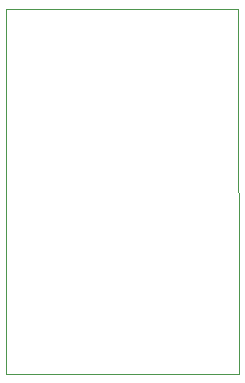
<source format=gbr>
G04 #@! TF.GenerationSoftware,KiCad,Pcbnew,(5.1.5)-3*
G04 #@! TF.CreationDate,2020-06-22T22:14:50-04:00*
G04 #@! TF.ProjectId,74X273 Simplified pinout,37345832-3733-4205-9369-6d706c696669,rev?*
G04 #@! TF.SameCoordinates,Original*
G04 #@! TF.FileFunction,Profile,NP*
%FSLAX46Y46*%
G04 Gerber Fmt 4.6, Leading zero omitted, Abs format (unit mm)*
G04 Created by KiCad (PCBNEW (5.1.5)-3) date 2020-06-22 22:14:50*
%MOMM*%
%LPD*%
G04 APERTURE LIST*
%ADD10C,0.050000*%
G04 APERTURE END LIST*
D10*
X148600000Y-101750000D02*
X148600000Y-70900000D01*
X168300000Y-101750000D02*
X148600000Y-101750000D01*
X168250000Y-70900000D02*
X168300000Y-101750000D01*
X148600000Y-70900000D02*
X168250000Y-70900000D01*
M02*

</source>
